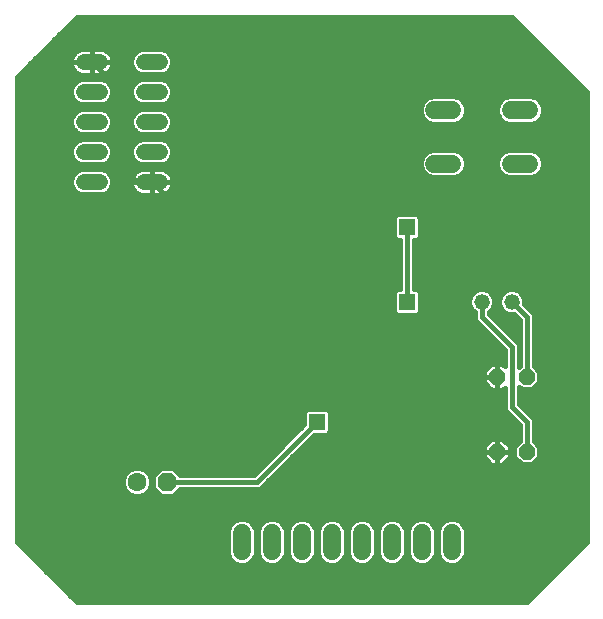
<source format=gbl>
G75*
%MOIN*%
%OFA0B0*%
%FSLAX25Y25*%
%IPPOS*%
%LPD*%
%AMOC8*
5,1,8,0,0,1.08239X$1,22.5*
%
%ADD10OC8,0.05200*%
%ADD11OC8,0.06300*%
%ADD12C,0.06300*%
%ADD13C,0.05200*%
%ADD14C,0.05200*%
%ADD15C,0.06000*%
%ADD16C,0.01600*%
%ADD17R,0.05315X0.05315*%
D10*
X0251000Y0156000D03*
X0261000Y0156000D03*
X0261000Y0181000D03*
X0251000Y0181000D03*
D11*
X0141000Y0146000D03*
D12*
X0131000Y0146000D03*
D13*
X0133400Y0246000D02*
X0138600Y0246000D01*
X0138600Y0256000D02*
X0133400Y0256000D01*
X0133400Y0266000D02*
X0138600Y0266000D01*
X0138600Y0276000D02*
X0133400Y0276000D01*
X0133400Y0286000D02*
X0138600Y0286000D01*
X0118600Y0286000D02*
X0113400Y0286000D01*
X0113400Y0276000D02*
X0118600Y0276000D01*
X0118600Y0266000D02*
X0113400Y0266000D01*
X0113400Y0256000D02*
X0118600Y0256000D01*
X0118600Y0246000D02*
X0113400Y0246000D01*
D14*
X0246000Y0206000D03*
X0256000Y0206000D03*
D15*
X0255800Y0252100D02*
X0261800Y0252100D01*
X0261800Y0269900D02*
X0255800Y0269900D01*
X0236200Y0269900D02*
X0230200Y0269900D01*
X0230200Y0252100D02*
X0236200Y0252100D01*
X0236000Y0129000D02*
X0236000Y0123000D01*
X0226000Y0123000D02*
X0226000Y0129000D01*
X0216000Y0129000D02*
X0216000Y0123000D01*
X0206000Y0123000D02*
X0206000Y0129000D01*
X0196000Y0129000D02*
X0196000Y0123000D01*
X0186000Y0123000D02*
X0186000Y0129000D01*
X0176000Y0129000D02*
X0176000Y0123000D01*
X0166000Y0123000D02*
X0166000Y0129000D01*
D16*
X0110498Y0106502D02*
X0261502Y0106502D01*
X0261000Y0106000D02*
X0111000Y0106000D01*
X0091000Y0126000D01*
X0091000Y0281000D01*
X0111000Y0301000D01*
X0256000Y0301000D01*
X0281000Y0276000D01*
X0281000Y0126000D01*
X0261000Y0106000D01*
X0263100Y0108100D02*
X0108900Y0108100D01*
X0107301Y0109699D02*
X0264699Y0109699D01*
X0266297Y0111297D02*
X0105703Y0111297D01*
X0104104Y0112896D02*
X0267896Y0112896D01*
X0269494Y0114494D02*
X0102506Y0114494D01*
X0100907Y0116093D02*
X0271093Y0116093D01*
X0272691Y0117691D02*
X0099309Y0117691D01*
X0097710Y0119290D02*
X0163205Y0119290D01*
X0163394Y0119100D02*
X0165085Y0118400D01*
X0166915Y0118400D01*
X0168606Y0119100D01*
X0169900Y0120394D01*
X0170600Y0122085D01*
X0170600Y0129915D01*
X0169900Y0131606D01*
X0168606Y0132900D01*
X0166915Y0133600D01*
X0165085Y0133600D01*
X0163394Y0132900D01*
X0162100Y0131606D01*
X0161400Y0129915D01*
X0161400Y0122085D01*
X0162100Y0120394D01*
X0163394Y0119100D01*
X0161896Y0120888D02*
X0096112Y0120888D01*
X0094513Y0122487D02*
X0161400Y0122487D01*
X0161400Y0124085D02*
X0092915Y0124085D01*
X0091316Y0125684D02*
X0161400Y0125684D01*
X0161400Y0127282D02*
X0091000Y0127282D01*
X0091000Y0128881D02*
X0161400Y0128881D01*
X0161634Y0130479D02*
X0091000Y0130479D01*
X0091000Y0132078D02*
X0162573Y0132078D01*
X0169427Y0132078D02*
X0172573Y0132078D01*
X0172100Y0131606D02*
X0171400Y0129915D01*
X0171400Y0122085D01*
X0172100Y0120394D01*
X0173394Y0119100D01*
X0175085Y0118400D01*
X0176915Y0118400D01*
X0178606Y0119100D01*
X0179900Y0120394D01*
X0180600Y0122085D01*
X0180600Y0129915D01*
X0179900Y0131606D01*
X0178606Y0132900D01*
X0176915Y0133600D01*
X0175085Y0133600D01*
X0173394Y0132900D01*
X0172100Y0131606D01*
X0171634Y0130479D02*
X0170366Y0130479D01*
X0170600Y0128881D02*
X0171400Y0128881D01*
X0171400Y0127282D02*
X0170600Y0127282D01*
X0170600Y0125684D02*
X0171400Y0125684D01*
X0171400Y0124085D02*
X0170600Y0124085D01*
X0170600Y0122487D02*
X0171400Y0122487D01*
X0171896Y0120888D02*
X0170104Y0120888D01*
X0168795Y0119290D02*
X0173205Y0119290D01*
X0178795Y0119290D02*
X0183205Y0119290D01*
X0183394Y0119100D02*
X0185085Y0118400D01*
X0186915Y0118400D01*
X0188606Y0119100D01*
X0189900Y0120394D01*
X0190600Y0122085D01*
X0190600Y0129915D01*
X0189900Y0131606D01*
X0188606Y0132900D01*
X0186915Y0133600D01*
X0185085Y0133600D01*
X0183394Y0132900D01*
X0182100Y0131606D01*
X0181400Y0129915D01*
X0181400Y0122085D01*
X0182100Y0120394D01*
X0183394Y0119100D01*
X0181896Y0120888D02*
X0180104Y0120888D01*
X0180600Y0122487D02*
X0181400Y0122487D01*
X0181400Y0124085D02*
X0180600Y0124085D01*
X0180600Y0125684D02*
X0181400Y0125684D01*
X0181400Y0127282D02*
X0180600Y0127282D01*
X0180600Y0128881D02*
X0181400Y0128881D01*
X0181634Y0130479D02*
X0180366Y0130479D01*
X0179427Y0132078D02*
X0182573Y0132078D01*
X0189427Y0132078D02*
X0192573Y0132078D01*
X0192100Y0131606D02*
X0191400Y0129915D01*
X0191400Y0122085D01*
X0192100Y0120394D01*
X0193394Y0119100D01*
X0195085Y0118400D01*
X0196915Y0118400D01*
X0198606Y0119100D01*
X0199900Y0120394D01*
X0200600Y0122085D01*
X0200600Y0129915D01*
X0199900Y0131606D01*
X0198606Y0132900D01*
X0196915Y0133600D01*
X0195085Y0133600D01*
X0193394Y0132900D01*
X0192100Y0131606D01*
X0191634Y0130479D02*
X0190366Y0130479D01*
X0190600Y0128881D02*
X0191400Y0128881D01*
X0191400Y0127282D02*
X0190600Y0127282D01*
X0190600Y0125684D02*
X0191400Y0125684D01*
X0191400Y0124085D02*
X0190600Y0124085D01*
X0190600Y0122487D02*
X0191400Y0122487D01*
X0191896Y0120888D02*
X0190104Y0120888D01*
X0188795Y0119290D02*
X0193205Y0119290D01*
X0198795Y0119290D02*
X0203205Y0119290D01*
X0203394Y0119100D02*
X0205085Y0118400D01*
X0206915Y0118400D01*
X0208606Y0119100D01*
X0209900Y0120394D01*
X0210600Y0122085D01*
X0210600Y0129915D01*
X0209900Y0131606D01*
X0208606Y0132900D01*
X0206915Y0133600D01*
X0205085Y0133600D01*
X0203394Y0132900D01*
X0202100Y0131606D01*
X0201400Y0129915D01*
X0201400Y0122085D01*
X0202100Y0120394D01*
X0203394Y0119100D01*
X0201896Y0120888D02*
X0200104Y0120888D01*
X0200600Y0122487D02*
X0201400Y0122487D01*
X0201400Y0124085D02*
X0200600Y0124085D01*
X0200600Y0125684D02*
X0201400Y0125684D01*
X0201400Y0127282D02*
X0200600Y0127282D01*
X0200600Y0128881D02*
X0201400Y0128881D01*
X0201634Y0130479D02*
X0200366Y0130479D01*
X0199427Y0132078D02*
X0202573Y0132078D01*
X0209427Y0132078D02*
X0212573Y0132078D01*
X0212100Y0131606D02*
X0211400Y0129915D01*
X0211400Y0122085D01*
X0212100Y0120394D01*
X0213394Y0119100D01*
X0215085Y0118400D01*
X0216915Y0118400D01*
X0218606Y0119100D01*
X0219900Y0120394D01*
X0220600Y0122085D01*
X0220600Y0129915D01*
X0219900Y0131606D01*
X0218606Y0132900D01*
X0216915Y0133600D01*
X0215085Y0133600D01*
X0213394Y0132900D01*
X0212100Y0131606D01*
X0211634Y0130479D02*
X0210366Y0130479D01*
X0210600Y0128881D02*
X0211400Y0128881D01*
X0211400Y0127282D02*
X0210600Y0127282D01*
X0210600Y0125684D02*
X0211400Y0125684D01*
X0211400Y0124085D02*
X0210600Y0124085D01*
X0210600Y0122487D02*
X0211400Y0122487D01*
X0211896Y0120888D02*
X0210104Y0120888D01*
X0208795Y0119290D02*
X0213205Y0119290D01*
X0218795Y0119290D02*
X0223205Y0119290D01*
X0223394Y0119100D02*
X0225085Y0118400D01*
X0226915Y0118400D01*
X0228606Y0119100D01*
X0229900Y0120394D01*
X0230600Y0122085D01*
X0230600Y0129915D01*
X0229900Y0131606D01*
X0228606Y0132900D01*
X0226915Y0133600D01*
X0225085Y0133600D01*
X0223394Y0132900D01*
X0222100Y0131606D01*
X0221400Y0129915D01*
X0221400Y0122085D01*
X0222100Y0120394D01*
X0223394Y0119100D01*
X0221896Y0120888D02*
X0220104Y0120888D01*
X0220600Y0122487D02*
X0221400Y0122487D01*
X0221400Y0124085D02*
X0220600Y0124085D01*
X0220600Y0125684D02*
X0221400Y0125684D01*
X0221400Y0127282D02*
X0220600Y0127282D01*
X0220600Y0128881D02*
X0221400Y0128881D01*
X0221634Y0130479D02*
X0220366Y0130479D01*
X0219427Y0132078D02*
X0222573Y0132078D01*
X0229427Y0132078D02*
X0232573Y0132078D01*
X0232100Y0131606D02*
X0231400Y0129915D01*
X0231400Y0122085D01*
X0232100Y0120394D01*
X0233394Y0119100D01*
X0235085Y0118400D01*
X0236915Y0118400D01*
X0238606Y0119100D01*
X0239900Y0120394D01*
X0240600Y0122085D01*
X0240600Y0129915D01*
X0239900Y0131606D01*
X0238606Y0132900D01*
X0236915Y0133600D01*
X0235085Y0133600D01*
X0233394Y0132900D01*
X0232100Y0131606D01*
X0231634Y0130479D02*
X0230366Y0130479D01*
X0230600Y0128881D02*
X0231400Y0128881D01*
X0231400Y0127282D02*
X0230600Y0127282D01*
X0230600Y0125684D02*
X0231400Y0125684D01*
X0231400Y0124085D02*
X0230600Y0124085D01*
X0230600Y0122487D02*
X0231400Y0122487D01*
X0231896Y0120888D02*
X0230104Y0120888D01*
X0228795Y0119290D02*
X0233205Y0119290D01*
X0238795Y0119290D02*
X0274290Y0119290D01*
X0275888Y0120888D02*
X0240104Y0120888D01*
X0240600Y0122487D02*
X0277487Y0122487D01*
X0279085Y0124085D02*
X0240600Y0124085D01*
X0240600Y0125684D02*
X0280684Y0125684D01*
X0281000Y0127282D02*
X0240600Y0127282D01*
X0240600Y0128881D02*
X0281000Y0128881D01*
X0281000Y0130479D02*
X0240366Y0130479D01*
X0239427Y0132078D02*
X0281000Y0132078D01*
X0281000Y0133676D02*
X0091000Y0133676D01*
X0091000Y0135275D02*
X0281000Y0135275D01*
X0281000Y0136873D02*
X0091000Y0136873D01*
X0091000Y0138472D02*
X0281000Y0138472D01*
X0281000Y0140070D02*
X0091000Y0140070D01*
X0091000Y0141669D02*
X0129044Y0141669D01*
X0128309Y0141973D02*
X0130055Y0141250D01*
X0131945Y0141250D01*
X0133691Y0141973D01*
X0135027Y0143309D01*
X0135750Y0145055D01*
X0135750Y0146945D01*
X0135027Y0148691D01*
X0133691Y0150027D01*
X0131945Y0150750D01*
X0130055Y0150750D01*
X0128309Y0150027D01*
X0126973Y0148691D01*
X0126250Y0146945D01*
X0126250Y0145055D01*
X0126973Y0143309D01*
X0128309Y0141973D01*
X0127015Y0143268D02*
X0091000Y0143268D01*
X0091000Y0144866D02*
X0126328Y0144866D01*
X0126250Y0146465D02*
X0091000Y0146465D01*
X0091000Y0148063D02*
X0126713Y0148063D01*
X0127944Y0149662D02*
X0091000Y0149662D01*
X0091000Y0151260D02*
X0172866Y0151260D01*
X0171267Y0149662D02*
X0144056Y0149662D01*
X0142968Y0150750D02*
X0145318Y0148400D01*
X0170006Y0148400D01*
X0186743Y0165137D01*
X0186743Y0169320D01*
X0187680Y0170257D01*
X0194320Y0170257D01*
X0195257Y0169320D01*
X0195257Y0162680D01*
X0194320Y0161743D01*
X0190137Y0161743D01*
X0172359Y0143965D01*
X0171477Y0143600D01*
X0145318Y0143600D01*
X0142968Y0141250D01*
X0139032Y0141250D01*
X0136250Y0144032D01*
X0136250Y0147968D01*
X0139032Y0150750D01*
X0142968Y0150750D01*
X0141000Y0146000D02*
X0171000Y0146000D01*
X0191000Y0166000D01*
X0195257Y0165647D02*
X0257959Y0165647D01*
X0258600Y0165006D02*
X0258600Y0159540D01*
X0256800Y0157740D01*
X0256800Y0154260D01*
X0259260Y0151800D01*
X0262740Y0151800D01*
X0265200Y0154260D01*
X0265200Y0157740D01*
X0263400Y0159540D01*
X0263400Y0166477D01*
X0263035Y0167359D01*
X0262359Y0168035D01*
X0258400Y0171994D01*
X0258400Y0177660D01*
X0259260Y0176800D01*
X0262740Y0176800D01*
X0265200Y0179260D01*
X0265200Y0182740D01*
X0263400Y0184540D01*
X0263400Y0201477D01*
X0263035Y0202359D01*
X0262359Y0203035D01*
X0260200Y0205194D01*
X0260200Y0206835D01*
X0259561Y0208379D01*
X0258379Y0209561D01*
X0256835Y0210200D01*
X0255165Y0210200D01*
X0253621Y0209561D01*
X0252439Y0208379D01*
X0251800Y0206835D01*
X0251800Y0205165D01*
X0252439Y0203621D01*
X0253621Y0202439D01*
X0255165Y0201800D01*
X0256806Y0201800D01*
X0258600Y0200006D01*
X0258600Y0184540D01*
X0258400Y0184340D01*
X0258400Y0191477D01*
X0258035Y0192359D01*
X0257359Y0193035D01*
X0248400Y0201994D01*
X0248400Y0202460D01*
X0249561Y0203621D01*
X0250200Y0205165D01*
X0250200Y0206835D01*
X0249561Y0208379D01*
X0248379Y0209561D01*
X0246835Y0210200D01*
X0245165Y0210200D01*
X0243621Y0209561D01*
X0242439Y0208379D01*
X0241800Y0206835D01*
X0241800Y0205165D01*
X0242439Y0203621D01*
X0243600Y0202460D01*
X0243600Y0200523D01*
X0243965Y0199641D01*
X0253600Y0190006D01*
X0253600Y0184623D01*
X0252823Y0185400D01*
X0251000Y0185400D01*
X0251000Y0181000D01*
X0201000Y0181000D01*
X0136000Y0246000D01*
X0131000Y0246000D01*
X0126000Y0251000D01*
X0126000Y0276000D01*
X0116000Y0286000D01*
X0116000Y0286000D01*
X0116000Y0290400D01*
X0118946Y0290400D01*
X0119630Y0290292D01*
X0120289Y0290078D01*
X0120906Y0289763D01*
X0121466Y0289356D01*
X0121956Y0288866D01*
X0122363Y0288306D01*
X0122678Y0287689D01*
X0122892Y0287030D01*
X0123000Y0286346D01*
X0123000Y0286000D01*
X0116000Y0286000D01*
X0116000Y0286000D01*
X0116000Y0281600D01*
X0118946Y0281600D01*
X0119630Y0281708D01*
X0120289Y0281922D01*
X0120906Y0282237D01*
X0121466Y0282644D01*
X0121956Y0283134D01*
X0122363Y0283694D01*
X0122678Y0284311D01*
X0122892Y0284970D01*
X0123000Y0285654D01*
X0123000Y0286000D01*
X0116000Y0286000D01*
X0116000Y0286000D01*
X0116000Y0286000D01*
X0109000Y0286000D01*
X0109000Y0286346D01*
X0109108Y0287030D01*
X0109322Y0287689D01*
X0109637Y0288306D01*
X0110044Y0288866D01*
X0110534Y0289356D01*
X0111094Y0289763D01*
X0111711Y0290078D01*
X0112370Y0290292D01*
X0113054Y0290400D01*
X0116000Y0290400D01*
X0116000Y0286000D01*
X0116000Y0281600D01*
X0113054Y0281600D01*
X0112370Y0281708D01*
X0111711Y0281922D01*
X0111094Y0282237D01*
X0110534Y0282644D01*
X0110044Y0283134D01*
X0109637Y0283694D01*
X0109322Y0284311D01*
X0109108Y0284970D01*
X0109000Y0285654D01*
X0109000Y0286000D01*
X0116000Y0286000D01*
X0116000Y0285535D02*
X0116000Y0285535D01*
X0116000Y0283937D02*
X0116000Y0283937D01*
X0116000Y0282338D02*
X0116000Y0282338D01*
X0112565Y0280200D02*
X0111021Y0279561D01*
X0109839Y0278379D01*
X0109200Y0276835D01*
X0109200Y0275165D01*
X0109839Y0273621D01*
X0111021Y0272439D01*
X0112565Y0271800D01*
X0119435Y0271800D01*
X0120979Y0272439D01*
X0122161Y0273621D01*
X0122800Y0275165D01*
X0122800Y0276835D01*
X0122161Y0278379D01*
X0120979Y0279561D01*
X0119435Y0280200D01*
X0112565Y0280200D01*
X0110601Y0279141D02*
X0091000Y0279141D01*
X0091000Y0280739D02*
X0276261Y0280739D01*
X0277859Y0279141D02*
X0141399Y0279141D01*
X0140979Y0279561D02*
X0139435Y0280200D01*
X0132565Y0280200D01*
X0131021Y0279561D01*
X0129839Y0278379D01*
X0129200Y0276835D01*
X0129200Y0275165D01*
X0129839Y0273621D01*
X0131021Y0272439D01*
X0132565Y0271800D01*
X0139435Y0271800D01*
X0140979Y0272439D01*
X0142161Y0273621D01*
X0142800Y0275165D01*
X0142800Y0276835D01*
X0142161Y0278379D01*
X0140979Y0279561D01*
X0142507Y0277542D02*
X0279458Y0277542D01*
X0281000Y0275944D02*
X0142800Y0275944D01*
X0142461Y0274345D02*
X0228912Y0274345D01*
X0229285Y0274500D02*
X0227594Y0273800D01*
X0226300Y0272506D01*
X0225600Y0270815D01*
X0225600Y0268985D01*
X0226300Y0267294D01*
X0227594Y0266000D01*
X0229285Y0265300D01*
X0237115Y0265300D01*
X0238806Y0266000D01*
X0240100Y0267294D01*
X0240800Y0268985D01*
X0240800Y0270815D01*
X0240100Y0272506D01*
X0238806Y0273800D01*
X0237115Y0274500D01*
X0229285Y0274500D01*
X0226542Y0272747D02*
X0141287Y0272747D01*
X0139435Y0270200D02*
X0140979Y0269561D01*
X0142161Y0268379D01*
X0142800Y0266835D01*
X0142800Y0265165D01*
X0142161Y0263621D01*
X0140979Y0262439D01*
X0139435Y0261800D01*
X0132565Y0261800D01*
X0131021Y0262439D01*
X0129839Y0263621D01*
X0129200Y0265165D01*
X0129200Y0266835D01*
X0129839Y0268379D01*
X0131021Y0269561D01*
X0132565Y0270200D01*
X0139435Y0270200D01*
X0140990Y0269550D02*
X0225600Y0269550D01*
X0225738Y0271148D02*
X0091000Y0271148D01*
X0091000Y0269550D02*
X0111010Y0269550D01*
X0111021Y0269561D02*
X0109839Y0268379D01*
X0109200Y0266835D01*
X0109200Y0265165D01*
X0109839Y0263621D01*
X0111021Y0262439D01*
X0112565Y0261800D01*
X0119435Y0261800D01*
X0120979Y0262439D01*
X0122161Y0263621D01*
X0122800Y0265165D01*
X0122800Y0266835D01*
X0122161Y0268379D01*
X0120979Y0269561D01*
X0119435Y0270200D01*
X0112565Y0270200D01*
X0111021Y0269561D01*
X0109662Y0267951D02*
X0091000Y0267951D01*
X0091000Y0266353D02*
X0109200Y0266353D01*
X0109370Y0264754D02*
X0091000Y0264754D01*
X0091000Y0263156D02*
X0110304Y0263156D01*
X0111982Y0259959D02*
X0091000Y0259959D01*
X0091000Y0261557D02*
X0281000Y0261557D01*
X0281000Y0259959D02*
X0140018Y0259959D01*
X0139435Y0260200D02*
X0140979Y0259561D01*
X0142161Y0258379D01*
X0142800Y0256835D01*
X0142800Y0255165D01*
X0142161Y0253621D01*
X0140979Y0252439D01*
X0139435Y0251800D01*
X0132565Y0251800D01*
X0131021Y0252439D01*
X0129839Y0253621D01*
X0129200Y0255165D01*
X0129200Y0256835D01*
X0129839Y0258379D01*
X0131021Y0259561D01*
X0132565Y0260200D01*
X0139435Y0260200D01*
X0142168Y0258360D02*
X0281000Y0258360D01*
X0281000Y0256762D02*
X0142800Y0256762D01*
X0142799Y0255163D02*
X0226758Y0255163D01*
X0226300Y0254706D02*
X0225600Y0253015D01*
X0225600Y0251185D01*
X0226300Y0249494D01*
X0227594Y0248200D01*
X0229285Y0247500D01*
X0237115Y0247500D01*
X0238806Y0248200D01*
X0240100Y0249494D01*
X0240800Y0251185D01*
X0240800Y0253015D01*
X0240100Y0254706D01*
X0238806Y0256000D01*
X0237115Y0256700D01*
X0229285Y0256700D01*
X0227594Y0256000D01*
X0226300Y0254706D01*
X0225828Y0253565D02*
X0142104Y0253565D01*
X0139837Y0251966D02*
X0225600Y0251966D01*
X0225938Y0250368D02*
X0139150Y0250368D01*
X0138946Y0250400D02*
X0139630Y0250292D01*
X0140289Y0250078D01*
X0140906Y0249763D01*
X0141466Y0249356D01*
X0141956Y0248866D01*
X0142363Y0248306D01*
X0142678Y0247689D01*
X0142892Y0247030D01*
X0143000Y0246346D01*
X0143000Y0246000D01*
X0136000Y0246000D01*
X0136000Y0246000D01*
X0136000Y0250400D01*
X0138946Y0250400D01*
X0136000Y0250400D02*
X0133054Y0250400D01*
X0132370Y0250292D01*
X0131711Y0250078D01*
X0131094Y0249763D01*
X0130534Y0249356D01*
X0130044Y0248866D01*
X0129637Y0248306D01*
X0129322Y0247689D01*
X0129108Y0247030D01*
X0129000Y0246346D01*
X0129000Y0246000D01*
X0136000Y0246000D01*
X0136000Y0246000D01*
X0136000Y0241600D01*
X0138946Y0241600D01*
X0139630Y0241708D01*
X0140289Y0241922D01*
X0140906Y0242237D01*
X0141466Y0242644D01*
X0141956Y0243134D01*
X0142363Y0243694D01*
X0142678Y0244311D01*
X0142892Y0244970D01*
X0143000Y0245654D01*
X0143000Y0246000D01*
X0136000Y0246000D01*
X0136000Y0246000D01*
X0136000Y0246000D01*
X0136000Y0250400D01*
X0136000Y0250368D02*
X0136000Y0250368D01*
X0136000Y0248769D02*
X0136000Y0248769D01*
X0136000Y0247171D02*
X0136000Y0247171D01*
X0136000Y0246000D02*
X0129000Y0246000D01*
X0129000Y0245654D01*
X0129108Y0244970D01*
X0129322Y0244311D01*
X0129637Y0243694D01*
X0130044Y0243134D01*
X0130534Y0242644D01*
X0131094Y0242237D01*
X0131711Y0241922D01*
X0132370Y0241708D01*
X0133054Y0241600D01*
X0136000Y0241600D01*
X0136000Y0246000D01*
X0136000Y0245572D02*
X0136000Y0245572D01*
X0136000Y0243974D02*
X0136000Y0243974D01*
X0136000Y0242375D02*
X0136000Y0242375D01*
X0141097Y0242375D02*
X0281000Y0242375D01*
X0281000Y0240777D02*
X0091000Y0240777D01*
X0091000Y0242375D02*
X0111176Y0242375D01*
X0111021Y0242439D02*
X0112565Y0241800D01*
X0119435Y0241800D01*
X0120979Y0242439D01*
X0122161Y0243621D01*
X0122800Y0245165D01*
X0122800Y0246835D01*
X0122161Y0248379D01*
X0120979Y0249561D01*
X0119435Y0250200D01*
X0112565Y0250200D01*
X0111021Y0249561D01*
X0109839Y0248379D01*
X0109200Y0246835D01*
X0109200Y0245165D01*
X0109839Y0243621D01*
X0111021Y0242439D01*
X0109693Y0243974D02*
X0091000Y0243974D01*
X0091000Y0245572D02*
X0109200Y0245572D01*
X0109339Y0247171D02*
X0091000Y0247171D01*
X0091000Y0248769D02*
X0110230Y0248769D01*
X0112163Y0251966D02*
X0091000Y0251966D01*
X0091000Y0250368D02*
X0132850Y0250368D01*
X0132163Y0251966D02*
X0119837Y0251966D01*
X0119435Y0251800D02*
X0120979Y0252439D01*
X0122161Y0253621D01*
X0122800Y0255165D01*
X0122800Y0256835D01*
X0122161Y0258379D01*
X0120979Y0259561D01*
X0119435Y0260200D01*
X0112565Y0260200D01*
X0111021Y0259561D01*
X0109839Y0258379D01*
X0109200Y0256835D01*
X0109200Y0255165D01*
X0109839Y0253621D01*
X0111021Y0252439D01*
X0112565Y0251800D01*
X0119435Y0251800D01*
X0122104Y0253565D02*
X0129896Y0253565D01*
X0129201Y0255163D02*
X0122799Y0255163D01*
X0122800Y0256762D02*
X0129200Y0256762D01*
X0129832Y0258360D02*
X0122168Y0258360D01*
X0120018Y0259959D02*
X0131982Y0259959D01*
X0130304Y0263156D02*
X0121696Y0263156D01*
X0122630Y0264754D02*
X0129370Y0264754D01*
X0129200Y0266353D02*
X0122800Y0266353D01*
X0122338Y0267951D02*
X0129662Y0267951D01*
X0131010Y0269550D02*
X0120990Y0269550D01*
X0121287Y0272747D02*
X0130713Y0272747D01*
X0129539Y0274345D02*
X0122461Y0274345D01*
X0122800Y0275944D02*
X0129200Y0275944D01*
X0129493Y0277542D02*
X0122507Y0277542D01*
X0121399Y0279141D02*
X0130601Y0279141D01*
X0131266Y0282338D02*
X0121045Y0282338D01*
X0122487Y0283937D02*
X0129709Y0283937D01*
X0129839Y0283621D02*
X0131021Y0282439D01*
X0132565Y0281800D01*
X0139435Y0281800D01*
X0140979Y0282439D01*
X0142161Y0283621D01*
X0142800Y0285165D01*
X0142800Y0286835D01*
X0142161Y0288379D01*
X0140979Y0289561D01*
X0139435Y0290200D01*
X0132565Y0290200D01*
X0131021Y0289561D01*
X0129839Y0288379D01*
X0129200Y0286835D01*
X0129200Y0285165D01*
X0129839Y0283621D01*
X0129200Y0285535D02*
X0122981Y0285535D01*
X0122858Y0287134D02*
X0129323Y0287134D01*
X0130192Y0288732D02*
X0122054Y0288732D01*
X0119385Y0290331D02*
X0266669Y0290331D01*
X0265071Y0291929D02*
X0101929Y0291929D01*
X0100331Y0290331D02*
X0112615Y0290331D01*
X0109946Y0288732D02*
X0098732Y0288732D01*
X0097134Y0287134D02*
X0109142Y0287134D01*
X0109019Y0285535D02*
X0095535Y0285535D01*
X0093937Y0283937D02*
X0109513Y0283937D01*
X0110955Y0282338D02*
X0092338Y0282338D01*
X0091000Y0277542D02*
X0109493Y0277542D01*
X0109200Y0275944D02*
X0091000Y0275944D01*
X0091000Y0274345D02*
X0109539Y0274345D01*
X0110713Y0272747D02*
X0091000Y0272747D01*
X0091000Y0258360D02*
X0109832Y0258360D01*
X0109200Y0256762D02*
X0091000Y0256762D01*
X0091000Y0255163D02*
X0109201Y0255163D01*
X0109896Y0253565D02*
X0091000Y0253565D01*
X0091000Y0239178D02*
X0281000Y0239178D01*
X0281000Y0237580D02*
X0091000Y0237580D01*
X0091000Y0235981D02*
X0281000Y0235981D01*
X0281000Y0234383D02*
X0225195Y0234383D01*
X0225257Y0234320D02*
X0224320Y0235257D01*
X0217680Y0235257D01*
X0216743Y0234320D01*
X0216743Y0227680D01*
X0217680Y0226743D01*
X0218600Y0226743D01*
X0218600Y0210257D01*
X0217680Y0210257D01*
X0216743Y0209320D01*
X0216743Y0202680D01*
X0217680Y0201743D01*
X0224320Y0201743D01*
X0225257Y0202680D01*
X0225257Y0209320D01*
X0224320Y0210257D01*
X0223400Y0210257D01*
X0223400Y0226743D01*
X0224320Y0226743D01*
X0225257Y0227680D01*
X0225257Y0234320D01*
X0225257Y0232784D02*
X0281000Y0232784D01*
X0281000Y0231186D02*
X0225257Y0231186D01*
X0225257Y0229587D02*
X0281000Y0229587D01*
X0281000Y0227989D02*
X0225257Y0227989D01*
X0223400Y0226390D02*
X0281000Y0226390D01*
X0281000Y0224792D02*
X0223400Y0224792D01*
X0223400Y0223193D02*
X0281000Y0223193D01*
X0281000Y0221595D02*
X0223400Y0221595D01*
X0223400Y0219996D02*
X0281000Y0219996D01*
X0281000Y0218398D02*
X0223400Y0218398D01*
X0223400Y0216799D02*
X0281000Y0216799D01*
X0281000Y0215201D02*
X0223400Y0215201D01*
X0223400Y0213602D02*
X0281000Y0213602D01*
X0281000Y0212003D02*
X0223400Y0212003D01*
X0223400Y0210405D02*
X0281000Y0210405D01*
X0281000Y0208806D02*
X0259133Y0208806D01*
X0260046Y0207208D02*
X0281000Y0207208D01*
X0281000Y0205609D02*
X0260200Y0205609D01*
X0261383Y0204011D02*
X0281000Y0204011D01*
X0281000Y0202412D02*
X0262982Y0202412D01*
X0263400Y0200814D02*
X0281000Y0200814D01*
X0281000Y0199215D02*
X0263400Y0199215D01*
X0263400Y0197617D02*
X0281000Y0197617D01*
X0281000Y0196018D02*
X0263400Y0196018D01*
X0263400Y0194420D02*
X0281000Y0194420D01*
X0281000Y0192821D02*
X0263400Y0192821D01*
X0263400Y0191223D02*
X0281000Y0191223D01*
X0281000Y0189624D02*
X0263400Y0189624D01*
X0263400Y0188026D02*
X0281000Y0188026D01*
X0281000Y0186427D02*
X0263400Y0186427D01*
X0263400Y0184829D02*
X0281000Y0184829D01*
X0281000Y0183230D02*
X0264709Y0183230D01*
X0265200Y0181632D02*
X0281000Y0181632D01*
X0281000Y0180033D02*
X0265200Y0180033D01*
X0264374Y0178435D02*
X0281000Y0178435D01*
X0281000Y0176836D02*
X0262776Y0176836D01*
X0259224Y0176836D02*
X0258400Y0176836D01*
X0258400Y0175238D02*
X0281000Y0175238D01*
X0281000Y0173639D02*
X0258400Y0173639D01*
X0258400Y0172041D02*
X0281000Y0172041D01*
X0281000Y0170442D02*
X0259952Y0170442D01*
X0261550Y0168844D02*
X0281000Y0168844D01*
X0281000Y0167245D02*
X0263082Y0167245D01*
X0263400Y0165647D02*
X0281000Y0165647D01*
X0281000Y0164048D02*
X0263400Y0164048D01*
X0263400Y0162450D02*
X0281000Y0162450D01*
X0281000Y0160851D02*
X0263400Y0160851D01*
X0263687Y0159253D02*
X0281000Y0159253D01*
X0281000Y0157654D02*
X0265200Y0157654D01*
X0265200Y0156056D02*
X0281000Y0156056D01*
X0281000Y0154457D02*
X0265200Y0154457D01*
X0263798Y0152859D02*
X0281000Y0152859D01*
X0281000Y0151260D02*
X0179654Y0151260D01*
X0178056Y0149662D02*
X0281000Y0149662D01*
X0281000Y0148063D02*
X0176457Y0148063D01*
X0174859Y0146465D02*
X0281000Y0146465D01*
X0281000Y0144866D02*
X0173260Y0144866D01*
X0174464Y0152859D02*
X0091000Y0152859D01*
X0091000Y0154457D02*
X0176063Y0154457D01*
X0177661Y0156056D02*
X0091000Y0156056D01*
X0091000Y0157654D02*
X0179260Y0157654D01*
X0180859Y0159253D02*
X0091000Y0159253D01*
X0091000Y0160851D02*
X0182457Y0160851D01*
X0184056Y0162450D02*
X0091000Y0162450D01*
X0091000Y0164048D02*
X0185654Y0164048D01*
X0186743Y0165647D02*
X0091000Y0165647D01*
X0091000Y0167245D02*
X0186743Y0167245D01*
X0186743Y0168844D02*
X0091000Y0168844D01*
X0091000Y0170442D02*
X0253633Y0170442D01*
X0253600Y0170523D02*
X0253965Y0169641D01*
X0258600Y0165006D01*
X0258600Y0164048D02*
X0195257Y0164048D01*
X0195027Y0162450D02*
X0258600Y0162450D01*
X0258600Y0160851D02*
X0189245Y0160851D01*
X0187647Y0159253D02*
X0248030Y0159253D01*
X0249177Y0160400D02*
X0246600Y0157823D01*
X0246600Y0156000D01*
X0251000Y0156000D01*
X0251000Y0181000D01*
X0251000Y0181000D01*
X0251000Y0176600D01*
X0252823Y0176600D01*
X0253600Y0177377D01*
X0253600Y0170523D01*
X0253600Y0172041D02*
X0091000Y0172041D01*
X0091000Y0173639D02*
X0253600Y0173639D01*
X0253600Y0175238D02*
X0091000Y0175238D01*
X0091000Y0176836D02*
X0248941Y0176836D01*
X0249177Y0176600D02*
X0251000Y0176600D01*
X0251000Y0181000D01*
X0251000Y0181000D01*
X0251000Y0181000D01*
X0246600Y0181000D01*
X0246600Y0182823D01*
X0249177Y0185400D01*
X0251000Y0185400D01*
X0251000Y0181000D01*
X0246600Y0181000D01*
X0246600Y0179177D01*
X0249177Y0176600D01*
X0251000Y0176836D02*
X0251000Y0176836D01*
X0251000Y0178435D02*
X0251000Y0178435D01*
X0251000Y0180033D02*
X0251000Y0180033D01*
X0251000Y0181632D02*
X0251000Y0181632D01*
X0251000Y0183230D02*
X0251000Y0183230D01*
X0251000Y0184829D02*
X0251000Y0184829D01*
X0253394Y0184829D02*
X0253600Y0184829D01*
X0253600Y0186427D02*
X0091000Y0186427D01*
X0091000Y0184829D02*
X0248606Y0184829D01*
X0247008Y0183230D02*
X0091000Y0183230D01*
X0091000Y0181632D02*
X0246600Y0181632D01*
X0246600Y0180033D02*
X0091000Y0180033D01*
X0091000Y0178435D02*
X0247343Y0178435D01*
X0253059Y0176836D02*
X0253600Y0176836D01*
X0256000Y0171000D02*
X0261000Y0166000D01*
X0261000Y0156000D01*
X0256800Y0156056D02*
X0255400Y0156056D01*
X0255400Y0156000D02*
X0255400Y0157823D01*
X0252823Y0160400D01*
X0251000Y0160400D01*
X0251000Y0156000D01*
X0255400Y0156000D01*
X0251000Y0156000D01*
X0251000Y0156000D01*
X0251000Y0156000D01*
X0251000Y0151600D01*
X0252823Y0151600D01*
X0255400Y0154177D01*
X0255400Y0156000D01*
X0255400Y0154457D02*
X0256800Y0154457D01*
X0258202Y0152859D02*
X0254081Y0152859D01*
X0251000Y0152859D02*
X0251000Y0152859D01*
X0251000Y0151600D02*
X0249177Y0151600D01*
X0246600Y0154177D01*
X0246600Y0156000D01*
X0251000Y0156000D01*
X0251000Y0156000D01*
X0251000Y0156000D01*
X0251000Y0160400D01*
X0249177Y0160400D01*
X0251000Y0159253D02*
X0251000Y0159253D01*
X0251000Y0157654D02*
X0251000Y0157654D01*
X0251000Y0156056D02*
X0251000Y0156056D01*
X0251000Y0156000D02*
X0251000Y0151600D01*
X0251000Y0154457D02*
X0251000Y0154457D01*
X0247919Y0152859D02*
X0181253Y0152859D01*
X0182851Y0154457D02*
X0246600Y0154457D01*
X0246600Y0156056D02*
X0184450Y0156056D01*
X0186048Y0157654D02*
X0246600Y0157654D01*
X0253970Y0159253D02*
X0258313Y0159253D01*
X0256800Y0157654D02*
X0255400Y0157654D01*
X0256361Y0167245D02*
X0195257Y0167245D01*
X0195257Y0168844D02*
X0254762Y0168844D01*
X0256000Y0171000D02*
X0256000Y0191000D01*
X0246000Y0201000D01*
X0246000Y0206000D01*
X0249133Y0208806D02*
X0252867Y0208806D01*
X0251954Y0207208D02*
X0250046Y0207208D01*
X0250200Y0205609D02*
X0251800Y0205609D01*
X0252278Y0204011D02*
X0249722Y0204011D01*
X0248400Y0202412D02*
X0253686Y0202412D01*
X0251179Y0199215D02*
X0258600Y0199215D01*
X0258600Y0197617D02*
X0252777Y0197617D01*
X0254376Y0196018D02*
X0258600Y0196018D01*
X0258600Y0194420D02*
X0255974Y0194420D01*
X0257573Y0192821D02*
X0258600Y0192821D01*
X0258600Y0191223D02*
X0258400Y0191223D01*
X0258400Y0189624D02*
X0258600Y0189624D01*
X0258600Y0188026D02*
X0258400Y0188026D01*
X0258400Y0186427D02*
X0258600Y0186427D01*
X0258600Y0184829D02*
X0258400Y0184829D01*
X0261000Y0181000D02*
X0261000Y0201000D01*
X0256000Y0206000D01*
X0257792Y0200814D02*
X0249580Y0200814D01*
X0245989Y0197617D02*
X0091000Y0197617D01*
X0091000Y0199215D02*
X0244390Y0199215D01*
X0243600Y0200814D02*
X0091000Y0200814D01*
X0091000Y0202412D02*
X0217010Y0202412D01*
X0216743Y0204011D02*
X0091000Y0204011D01*
X0091000Y0205609D02*
X0216743Y0205609D01*
X0216743Y0207208D02*
X0091000Y0207208D01*
X0091000Y0208806D02*
X0216743Y0208806D01*
X0218600Y0210405D02*
X0091000Y0210405D01*
X0091000Y0212003D02*
X0218600Y0212003D01*
X0218600Y0213602D02*
X0091000Y0213602D01*
X0091000Y0215201D02*
X0218600Y0215201D01*
X0218600Y0216799D02*
X0091000Y0216799D01*
X0091000Y0218398D02*
X0218600Y0218398D01*
X0218600Y0219996D02*
X0091000Y0219996D01*
X0091000Y0221595D02*
X0218600Y0221595D01*
X0218600Y0223193D02*
X0091000Y0223193D01*
X0091000Y0224792D02*
X0218600Y0224792D01*
X0218600Y0226390D02*
X0091000Y0226390D01*
X0091000Y0227989D02*
X0216743Y0227989D01*
X0216743Y0229587D02*
X0091000Y0229587D01*
X0091000Y0231186D02*
X0216743Y0231186D01*
X0216743Y0232784D02*
X0091000Y0232784D01*
X0091000Y0234383D02*
X0216805Y0234383D01*
X0219750Y0232250D02*
X0221000Y0231000D01*
X0221000Y0206000D01*
X0225257Y0205609D02*
X0241800Y0205609D01*
X0241954Y0207208D02*
X0225257Y0207208D01*
X0225257Y0208806D02*
X0242867Y0208806D01*
X0242278Y0204011D02*
X0225257Y0204011D01*
X0224990Y0202412D02*
X0243600Y0202412D01*
X0247587Y0196018D02*
X0091000Y0196018D01*
X0091000Y0194420D02*
X0249186Y0194420D01*
X0250785Y0192821D02*
X0091000Y0192821D01*
X0091000Y0191223D02*
X0252383Y0191223D01*
X0253600Y0189624D02*
X0091000Y0189624D01*
X0091000Y0188026D02*
X0253600Y0188026D01*
X0281000Y0143268D02*
X0144985Y0143268D01*
X0143387Y0141669D02*
X0281000Y0141669D01*
X0281000Y0243974D02*
X0142506Y0243974D01*
X0142987Y0245572D02*
X0281000Y0245572D01*
X0281000Y0247171D02*
X0142846Y0247171D01*
X0142027Y0248769D02*
X0227025Y0248769D01*
X0239375Y0248769D02*
X0252625Y0248769D01*
X0253194Y0248200D02*
X0254885Y0247500D01*
X0262715Y0247500D01*
X0264406Y0248200D01*
X0265700Y0249494D01*
X0266400Y0251185D01*
X0266400Y0253015D01*
X0265700Y0254706D01*
X0264406Y0256000D01*
X0262715Y0256700D01*
X0254885Y0256700D01*
X0253194Y0256000D01*
X0251900Y0254706D01*
X0251200Y0253015D01*
X0251200Y0251185D01*
X0251900Y0249494D01*
X0253194Y0248200D01*
X0251538Y0250368D02*
X0240461Y0250368D01*
X0240800Y0251966D02*
X0251200Y0251966D01*
X0251428Y0253565D02*
X0240572Y0253565D01*
X0239642Y0255163D02*
X0252358Y0255163D01*
X0254885Y0265300D02*
X0253194Y0266000D01*
X0251900Y0267294D01*
X0251200Y0268985D01*
X0251200Y0270815D01*
X0251900Y0272506D01*
X0253194Y0273800D01*
X0254885Y0274500D01*
X0262715Y0274500D01*
X0264406Y0273800D01*
X0265700Y0272506D01*
X0266400Y0270815D01*
X0266400Y0268985D01*
X0265700Y0267294D01*
X0264406Y0266000D01*
X0262715Y0265300D01*
X0254885Y0265300D01*
X0252842Y0266353D02*
X0239158Y0266353D01*
X0240372Y0267951D02*
X0251628Y0267951D01*
X0251200Y0269550D02*
X0240800Y0269550D01*
X0240662Y0271148D02*
X0251338Y0271148D01*
X0252142Y0272747D02*
X0239858Y0272747D01*
X0237488Y0274345D02*
X0254512Y0274345D01*
X0263088Y0274345D02*
X0281000Y0274345D01*
X0281000Y0272747D02*
X0265458Y0272747D01*
X0266262Y0271148D02*
X0281000Y0271148D01*
X0281000Y0269550D02*
X0266400Y0269550D01*
X0265972Y0267951D02*
X0281000Y0267951D01*
X0281000Y0266353D02*
X0264758Y0266353D01*
X0265242Y0255163D02*
X0281000Y0255163D01*
X0281000Y0253565D02*
X0266172Y0253565D01*
X0266400Y0251966D02*
X0281000Y0251966D01*
X0281000Y0250368D02*
X0266061Y0250368D01*
X0264975Y0248769D02*
X0281000Y0248769D01*
X0281000Y0263156D02*
X0141696Y0263156D01*
X0142630Y0264754D02*
X0281000Y0264754D01*
X0274662Y0282338D02*
X0140734Y0282338D01*
X0142291Y0283937D02*
X0273063Y0283937D01*
X0271465Y0285535D02*
X0142800Y0285535D01*
X0142677Y0287134D02*
X0269866Y0287134D01*
X0268268Y0288732D02*
X0141808Y0288732D01*
X0116000Y0288732D02*
X0116000Y0288732D01*
X0116000Y0287134D02*
X0116000Y0287134D01*
X0116000Y0290331D02*
X0116000Y0290331D01*
X0108323Y0298323D02*
X0258677Y0298323D01*
X0260275Y0296725D02*
X0106725Y0296725D01*
X0105126Y0295126D02*
X0261874Y0295126D01*
X0263472Y0293528D02*
X0103528Y0293528D01*
X0109922Y0299922D02*
X0257078Y0299922D01*
X0226028Y0267951D02*
X0142338Y0267951D01*
X0142800Y0266353D02*
X0227242Y0266353D01*
X0130903Y0242375D02*
X0120824Y0242375D01*
X0122307Y0243974D02*
X0129494Y0243974D01*
X0129013Y0245572D02*
X0122800Y0245572D01*
X0122661Y0247171D02*
X0129154Y0247171D01*
X0129973Y0248769D02*
X0121770Y0248769D01*
X0134056Y0149662D02*
X0137944Y0149662D01*
X0136346Y0148063D02*
X0135287Y0148063D01*
X0135750Y0146465D02*
X0136250Y0146465D01*
X0136250Y0144866D02*
X0135672Y0144866D01*
X0134985Y0143268D02*
X0137015Y0143268D01*
X0138613Y0141669D02*
X0132956Y0141669D01*
D17*
X0191000Y0166000D03*
X0221000Y0206000D03*
X0221000Y0231000D03*
M02*

</source>
